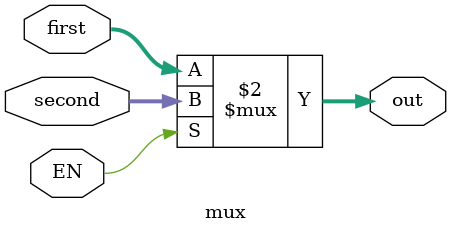
<source format=v>
module mux #(parameter size = 32)(first, second, EN, out);
  input [size-1:0] first, second;
  input EN;
  output reg [size-1:0] out;
  
  always @(*)
    begin
      out = EN ? second : first;
    end
endmodule

</source>
